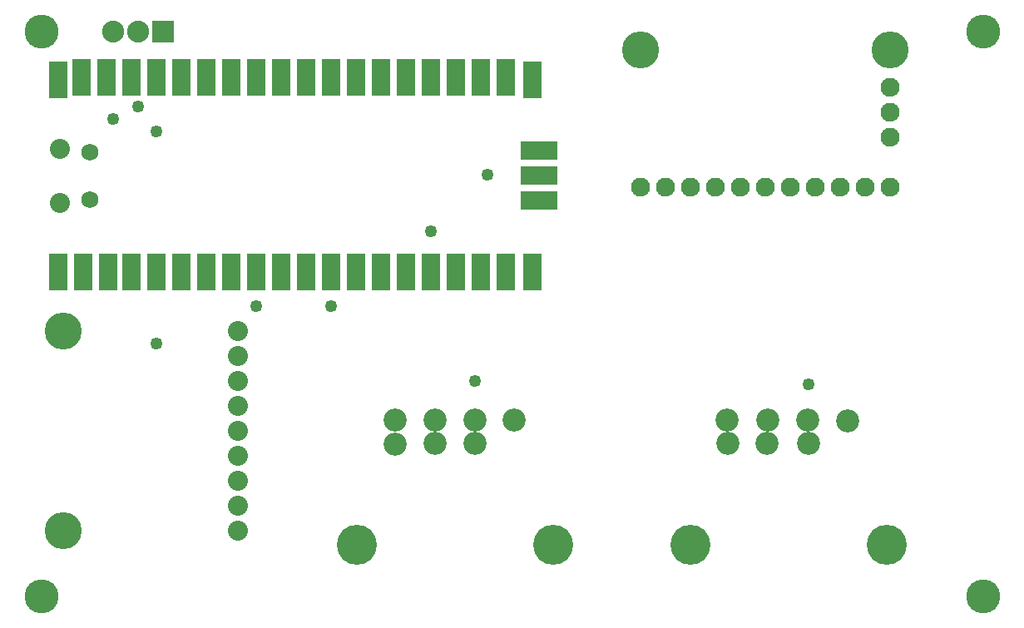
<source format=gts>
G04 MADE WITH FRITZING*
G04 WWW.FRITZING.ORG*
G04 DOUBLE SIDED*
G04 HOLES PLATED*
G04 CONTOUR ON CENTER OF CONTOUR VECTOR*
%ASAXBY*%
%FSLAX23Y23*%
%MOIN*%
%OFA0B0*%
%SFA1.0B1.0*%
%ADD10C,0.092677*%
%ADD11C,0.160000*%
%ADD12C,0.076000*%
%ADD13C,0.148425*%
%ADD14C,0.080000*%
%ADD15C,0.135984*%
%ADD16C,0.088000*%
%ADD17C,0.096614*%
%ADD18C,0.049370*%
%ADD19C,0.068000*%
%ADD20R,0.088000X0.088000*%
%ADD21R,0.076333X0.148458*%
%ADD22R,0.076000X0.148000*%
%ADD23R,0.076333X0.148000*%
%ADD24R,0.077375X0.148458*%
%ADD25R,0.148708X0.077500*%
%LNMASK1*%
G90*
G70*
G54D10*
X1837Y799D03*
X1677Y799D03*
X1517Y799D03*
X1994Y799D03*
X1837Y708D03*
G54D11*
X2150Y299D03*
X1363Y299D03*
G54D12*
X3500Y1933D03*
X3500Y2033D03*
X3500Y2133D03*
X3500Y1733D03*
X3400Y1733D03*
X3300Y1733D03*
X3200Y1733D03*
G54D13*
X3500Y2283D03*
G54D12*
X3100Y1733D03*
X3000Y1733D03*
X2900Y1733D03*
X2800Y1733D03*
X2700Y1733D03*
X2600Y1733D03*
X2500Y1733D03*
G54D13*
X2500Y2283D03*
G54D14*
X887Y358D03*
X887Y458D03*
G54D13*
X187Y358D03*
G54D14*
X887Y558D03*
X887Y658D03*
X887Y758D03*
X887Y858D03*
X887Y958D03*
X887Y1058D03*
X887Y1158D03*
G54D13*
X187Y1158D03*
G54D15*
X100Y2358D03*
X100Y95D03*
X3874Y95D03*
X3874Y2358D03*
G54D16*
X587Y2358D03*
X487Y2358D03*
X387Y2358D03*
G54D17*
X3500Y2283D03*
X2500Y2283D03*
X187Y1158D03*
X187Y358D03*
G54D18*
X1887Y1783D03*
X562Y1958D03*
X562Y1108D03*
X487Y2058D03*
X387Y2008D03*
X1662Y1558D03*
G54D14*
X173Y1886D03*
X173Y1672D03*
G54D19*
X293Y1683D03*
X293Y1874D03*
G54D10*
X3175Y708D03*
G54D11*
X3488Y299D03*
X2701Y299D03*
G54D10*
X3331Y797D03*
X3170Y799D03*
X3010Y799D03*
X2849Y799D03*
X1516Y705D03*
X1676Y707D03*
X2851Y708D03*
X3008Y707D03*
G54D18*
X1837Y958D03*
X1262Y1258D03*
X3175Y945D03*
X962Y1258D03*
G54D20*
X587Y2358D03*
G54D21*
X167Y1394D03*
G54D22*
X268Y1394D03*
X368Y1394D03*
X461Y1394D03*
X561Y1394D03*
X661Y1394D03*
X761Y1394D03*
X861Y1394D03*
X961Y1394D03*
X1061Y1394D03*
X1161Y1394D03*
X1261Y1394D03*
X1361Y1394D03*
X1461Y1394D03*
X1561Y1394D03*
X1661Y1394D03*
X1761Y1394D03*
X1861Y1394D03*
X1961Y1394D03*
G54D23*
X2067Y1394D03*
G54D24*
X2068Y2165D03*
G54D22*
X1961Y2173D03*
X1861Y2173D03*
X1761Y2173D03*
X1661Y2173D03*
X1561Y2173D03*
X1461Y2173D03*
X1361Y2173D03*
X1261Y2173D03*
X1161Y2173D03*
X1061Y2173D03*
X961Y2173D03*
X861Y2173D03*
X761Y2173D03*
X661Y2173D03*
X561Y2173D03*
X461Y2173D03*
X361Y2173D03*
X261Y2173D03*
G54D23*
X167Y2165D03*
G54D25*
X2093Y1679D03*
X2093Y1780D03*
X2093Y1880D03*
G04 End of Mask1*
M02*
</source>
